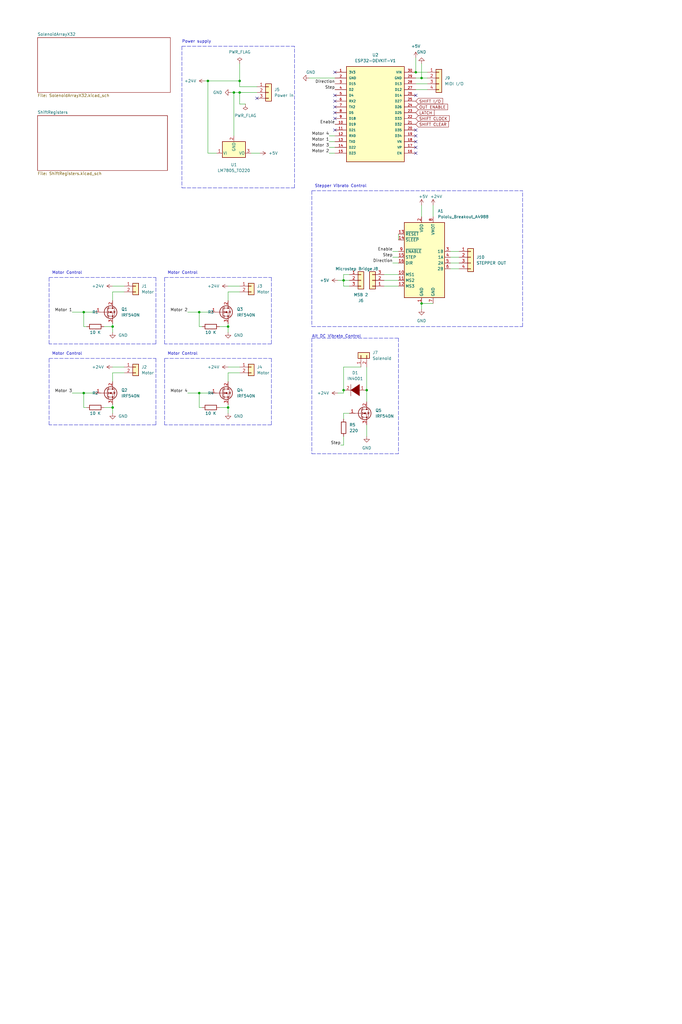
<source format=kicad_sch>
(kicad_sch (version 20211123) (generator eeschema)
  (paper "User" 299.999 450.012)
  (title_block (title "Violina MIDI and movement controller"))
  (lib_symbols
    (symbol "Connector_Generic:Conn_01x02" (pin_names (offset 1.016) hide)
      (property "Reference" "J" (at 0 2.54 0))
      (property "Value" "Conn_01x02" (at 0 -5.08 0))
      (symbol "Conn_01x02_1_1"
        (rectangle (start -1.27 -2.413) (end 0 -2.667) (stroke (width 0.1524)))
        (rectangle (start -1.27 0.127) (end 0 -0.127) (stroke (width 0.1524)))
        (rectangle (start -1.27 1.27) (end 1.27 -3.81) (stroke (width 0.254)) (fill (type background)))
        (pin passive line (at -5.08 0 0) (length 3.81) (name "Pin_1") (number "1"))
        (pin passive line (at -5.08 -2.54 0) (length 3.81) (name "Pin_2") (number "2"))
      )
    )
    (symbol "Connector_Generic:Conn_01x03" (pin_names (offset 1.016) hide)
      (property "Reference" "J" (at 0 5.08 0))
      (property "Value" "Conn_01x03" (at 0 -5.08 0))
      (symbol "Conn_01x03_1_1"
        (rectangle (start -1.27 -2.413) (end 0 -2.667) (stroke (width 0.1524)))
        (rectangle (start -1.27 0.127) (end 0 -0.127) (stroke (width 0.1524)))
        (rectangle (start -1.27 2.667) (end 0 2.413) (stroke (width 0.1524)))
        (rectangle (start -1.27 3.81) (end 1.27 -3.81) (stroke (width 0.254)) (fill (type background)))
        (pin passive line (at -5.08 2.54 0) (length 3.81) (name "Pin_1") (number "1"))
        (pin passive line (at -5.08 0 0) (length 3.81) (name "Pin_2") (number "2"))
        (pin passive line (at -5.08 -2.54 0) (length 3.81) (name "Pin_3") (number "3"))
      )
    )
    (symbol "Connector_Generic:Conn_01x04" (pin_names (offset 1.016) hide)
      (property "Reference" "J" (at 0 5.08 0))
      (property "Value" "Conn_01x04" (at 0 -7.62 0))
      (symbol "Conn_01x04_1_1"
        (rectangle (start -1.27 -4.953) (end 0 -5.207) (stroke (width 0.1524)))
        (rectangle (start -1.27 -2.413) (end 0 -2.667) (stroke (width 0.1524)))
        (rectangle (start -1.27 0.127) (end 0 -0.127) (stroke (width 0.1524)))
        (rectangle (start -1.27 2.667) (end 0 2.413) (stroke (width 0.1524)))
        (rectangle (start -1.27 3.81) (end 1.27 -6.35) (stroke (width 0.254)) (fill (type background)))
        (pin passive line (at -5.08 2.54 0) (length 3.81) (name "Pin_1") (number "1"))
        (pin passive line (at -5.08 0 0) (length 3.81) (name "Pin_2") (number "2"))
        (pin passive line (at -5.08 -2.54 0) (length 3.81) (name "Pin_3") (number "3"))
        (pin passive line (at -5.08 -5.08 0) (length 3.81) (name "Pin_4") (number "4"))
      )
    )
    (symbol "Device:R" (pin_numbers hide) (pin_names (offset 0))
      (property "Reference" "R" (at 2.032 0 90))
      (property "Value" "R" (at 0 0 90))
      (symbol "R_0_1"
        (rectangle (start -1.016 -2.54) (end 1.016 2.54) (stroke (width 0.254)))
      )
      (symbol "R_1_1"
        (pin passive line (at 0 3.81 270) (length 1.27) (name "~") (number "1"))
        (pin passive line (at 0 -3.81 90) (length 1.27) (name "~") (number "2"))
      )
    )
    (symbol "Driver_Motor:Pololu_Breakout_A4988"
      (property "Reference" "A" (at -2.54 19.05 0))
      (property "Value" "Pololu_Breakout_A4988" (at -2.54 16.51 0))
      (symbol "Pololu_Breakout_A4988_0_1"
        (rectangle (start 10.16 -17.78) (end -7.62 15.24) (stroke (width 0.254)) (fill (type background)))
      )
      (symbol "Pololu_Breakout_A4988_1_1"
        (pin power_in line (at 0 -20.32 90) (length 2.54) (name "GND") (number "1"))
        (pin input line (at -10.16 -7.62 0) (length 2.54) (name "MS1") (number "10"))
        (pin input line (at -10.16 -10.16 0) (length 2.54) (name "MS2") (number "11"))
        (pin input line (at -10.16 -12.7 0) (length 2.54) (name "MS3") (number "12"))
        (pin input line (at -10.16 10.16 0) (length 2.54) (name "~{RESET}") (number "13"))
        (pin input line (at -10.16 7.62 0) (length 2.54) (name "~{SLEEP}") (number "14"))
        (pin input line (at -10.16 0 0) (length 2.54) (name "STEP") (number "15"))
        (pin input line (at -10.16 -2.54 0) (length 2.54) (name "DIR") (number "16"))
        (pin power_in line (at 0 17.78 270) (length 2.54) (name "VDD") (number "2"))
        (pin output line (at 12.7 2.54 180) (length 2.54) (name "1B") (number "3"))
        (pin output line (at 12.7 0 180) (length 2.54) (name "1A") (number "4"))
        (pin output line (at 12.7 -2.54 180) (length 2.54) (name "2A") (number "5"))
        (pin output line (at 12.7 -5.08 180) (length 2.54) (name "2B") (number "6"))
        (pin power_in line (at 5.08 -20.32 90) (length 2.54) (name "GND") (number "7"))
        (pin power_in line (at 5.08 17.78 270) (length 2.54) (name "VMOT") (number "8"))
        (pin input line (at -10.16 2.54 0) (length 2.54) (name "~{ENABLE}") (number "9"))
      )
    )
    (symbol "ESP32 SnapEDA:ESP32-DEVKIT-V1" (pin_names (offset 1.016))
      (property "Reference" "U" (at -12.7 22.86 0))
      (property "Value" "ESP32-DEVKIT-V1" (at -8.89 -24.13 0))
      (symbol "ESP32-DEVKIT-V1_0_0"
        (rectangle (start -12.7 20.32) (end 12.7 -21.59) (stroke (width 0.254)) (fill (type background)))
        (pin output line (at -17.78 17.78 0) (length 5.08) (name "3V3") (number "1"))
        (pin bidirectional line (at -17.78 -5.08 0) (length 5.08) (name "D19") (number "10"))
        (pin bidirectional line (at -17.78 -7.62 0) (length 5.08) (name "D21") (number "11"))
        (pin input line (at -17.78 -10.16 0) (length 5.08) (name "RX0") (number "12"))
        (pin output line (at -17.78 -12.7 0) (length 5.08) (name "TX0") (number "13"))
        (pin bidirectional line (at -17.78 -15.24 0) (length 5.08) (name "D22") (number "14"))
        (pin bidirectional line (at -17.78 -17.78 0) (length 5.08) (name "D23") (number "15"))
        (pin input line (at 17.78 -17.78 180) (length 5.08) (name "EN") (number "16"))
        (pin bidirectional line (at 17.78 -15.24 180) (length 5.08) (name "VP") (number "17"))
        (pin bidirectional line (at 17.78 -12.7 180) (length 5.08) (name "VN") (number "18"))
        (pin bidirectional line (at 17.78 -10.16 180) (length 5.08) (name "D34") (number "19"))
        (pin power_in line (at -17.78 15.24 0) (length 5.08) (name "GND") (number "2"))
        (pin bidirectional line (at 17.78 -7.62 180) (length 5.08) (name "D35") (number "20"))
        (pin bidirectional line (at 17.78 -5.08 180) (length 5.08) (name "D32") (number "21"))
        (pin bidirectional line (at 17.78 -2.54 180) (length 5.08) (name "D33") (number "22"))
        (pin bidirectional line (at 17.78 0 180) (length 5.08) (name "D25") (number "23"))
        (pin bidirectional line (at 17.78 2.54 180) (length 5.08) (name "D26") (number "24"))
        (pin bidirectional line (at 17.78 5.08 180) (length 5.08) (name "D27") (number "25"))
        (pin bidirectional line (at 17.78 7.62 180) (length 5.08) (name "D14") (number "26"))
        (pin bidirectional line (at 17.78 10.16 180) (length 5.08) (name "D12") (number "27"))
        (pin bidirectional line (at 17.78 12.7 180) (length 5.08) (name "D13") (number "28"))
        (pin power_in line (at 17.78 15.24 180) (length 5.08) (name "GND") (number "29"))
        (pin bidirectional line (at -17.78 12.7 0) (length 5.08) (name "D15") (number "3"))
        (pin input line (at 17.78 17.78 180) (length 5.08) (name "VIN") (number "30"))
        (pin bidirectional line (at -17.78 10.16 0) (length 5.08) (name "D2") (number "4"))
        (pin bidirectional line (at -17.78 7.62 0) (length 5.08) (name "D4") (number "5"))
        (pin input line (at -17.78 5.08 0) (length 5.08) (name "RX2") (number "6"))
        (pin output line (at -17.78 2.54 0) (length 5.08) (name "TX2") (number "7"))
        (pin bidirectional line (at -17.78 0 0) (length 5.08) (name "D5") (number "8"))
        (pin bidirectional line (at -17.78 -2.54 0) (length 5.08) (name "D18") (number "9"))
      )
    )
    (symbol "Regulator_Linear:LM7805_TO220" (pin_names (offset 0.254))
      (property "Reference" "U" (at -3.81 3.175 0))
      (property "Value" "LM7805_TO220" (at 0 3.175 0))
      (symbol "LM7805_TO220_0_1"
        (rectangle (start -5.08 1.905) (end 5.08 -5.08) (stroke (width 0.254)) (fill (type background)))
      )
      (symbol "LM7805_TO220_1_1"
        (pin power_in line (at -7.62 0 0) (length 2.54) (name "VI") (number "1"))
        (pin power_in line (at 0 -7.62 90) (length 2.54) (name "GND") (number "2"))
        (pin power_out line (at 7.62 0 180) (length 2.54) (name "VO") (number "3"))
      )
    )
    (symbol "Transistor_FET:IRF540N" (pin_names hide)
      (property "Reference" "Q" (at 6.35 1.905 0))
      (property "Value" "IRF540N" (at 6.35 0 0))
      (symbol "IRF540N_0_1"
        (polyline (pts (xy 0.254 0) (xy -2.54 0)))
        (polyline (pts (xy 0.254 1.905) (xy 0.254 -1.905)) (stroke (width 0.254)))
        (polyline (pts (xy 0.762 -1.27) (xy 0.762 -2.286)) (stroke (width 0.254)))
        (polyline (pts (xy 0.762 0.508) (xy 0.762 -0.508)) (stroke (width 0.254)))
        (polyline (pts (xy 0.762 2.286) (xy 0.762 1.27)) (stroke (width 0.254)))
        (polyline (pts (xy 2.54 2.54) (xy 2.54 1.778)))
        (polyline (pts (xy 2.54 -2.54) (xy 2.54 0) (xy 0.762 0)))
        (polyline (pts (xy 0.762 -1.778) (xy 3.302 -1.778) (xy 3.302 1.778) (xy 0.762 1.778)))
        (polyline (pts (xy 1.016 0) (xy 2.032 0.381) (xy 2.032 -0.381) (xy 1.016 0)) (fill (type outline)))
        (polyline (pts (xy 2.794 0.508) (xy 2.921 0.381) (xy 3.683 0.381) (xy 3.81 0.254)))
        (polyline (pts (xy 3.302 0.381) (xy 2.921 -0.254) (xy 3.683 -0.254) (xy 3.302 0.381)))
        (circle (center 1.651 0) (radius 2.794) (stroke (width 0.254)))
        (circle (center 2.54 -1.778) (radius 0.254) (fill (type outline)))
        (circle (center 2.54 1.778) (radius 0.254) (fill (type outline)))
      )
      (symbol "IRF540N_1_1"
        (pin input line (at -5.08 0 0) (length 2.54) (name "G") (number "1"))
        (pin passive line (at 2.54 5.08 270) (length 2.54) (name "D") (number "2"))
        (pin passive line (at 2.54 -5.08 90) (length 2.54) (name "S") (number "3"))
      )
    )
    (symbol "power:+24V" (power) (pin_names (offset 0))
      (property "Value" "+24V" (at 0 3.556 0))
      (symbol "+24V_0_1"
        (polyline (pts (xy -0.762 1.27) (xy 0 2.54)))
        (polyline (pts (xy 0 0) (xy 0 2.54)))
        (polyline (pts (xy 0 2.54) (xy 0.762 1.27)))
      )
      (symbol "+24V_1_1"
        (pin power_in line (at 0 0 90) (length 0) hide (name "+24V") (number "1"))
      )
    )
    (symbol "power:+5V" (power) (pin_names (offset 0))
      (property "Value" "+5V" (at 0 3.556 0))
      (symbol "+5V_0_1"
        (polyline (pts (xy -0.762 1.27) (xy 0 2.54)))
        (polyline (pts (xy 0 0) (xy 0 2.54)))
        (polyline (pts (xy 0 2.54) (xy 0.762 1.27)))
      )
      (symbol "+5V_1_1"
        (pin power_in line (at 0 0 90) (length 0) hide (name "+5V") (number "1"))
      )
    )
    (symbol "power:GND" (power) (pin_names (offset 0))
      (property "Value" "GND" (at 0 -3.81 0))
      (symbol "GND_0_1"
        (polyline (pts (xy 0 0) (xy 0 -1.27) (xy 1.27 -1.27) (xy 0 -2.54) (xy -1.27 -1.27) (xy 0 -1.27)))
      )
      (symbol "GND_1_1"
        (pin power_in line (at 0 0 270) (length 0) hide (name "GND") (number "1"))
      )
    )
    (symbol "power:PWR_FLAG" (power) (pin_numbers hide) (pin_names (offset 0) hide)
      (property "Value" "PWR_FLAG" (at 0 3.81 0))
      (symbol "PWR_FLAG_0_0"
        (pin power_out line (at 0 0 90) (length 0) (name "pwr") (number "1"))
      )
      (symbol "PWR_FLAG_0_1"
        (polyline (pts (xy 0 0) (xy 0 1.27) (xy -1.016 1.905) (xy 0 2.54) (xy 1.016 1.905) (xy 0 1.27)))
      )
    )
    (symbol "pspice:DIODE" (pin_names (offset 1.016) hide)
      (property "Reference" "D" (at 0 3.81 0))
      (property "Value" "DIODE" (at 0 -4.445 0))
      (symbol "DIODE_0_1"
        (polyline (pts (xy 1.905 2.54) (xy 1.905 -2.54)))
        (polyline (pts (xy -1.905 2.54) (xy -1.905 -2.54) (xy 1.905 0)) (fill (type outline)))
      )
      (symbol "DIODE_1_1"
        (pin input line (at -5.08 0 0) (length 3.81) (name "K") (number "1"))
        (pin input line (at 5.08 0 180) (length 3.81) (name "A") (number "2"))
      )
    )
  )
  (junction (at 91.44 35.56))
  (junction (at 151.13 123.19))
  (junction (at 185.42 133.35))
  (junction (at 105.41 40.64))
  (junction (at 105.41 35.56))
  (junction (at 49.53 179.07))
  (junction (at 161.29 171.45))
  (junction (at 102.87 40.64))
  (junction (at 151.13 171.45))
  (junction (at 49.53 143.51))
  (junction (at 87.63 172.72))
  (junction (at 182.88 31.75))
  (junction (at 100.33 179.07))
  (junction (at 36.83 137.16))
  (junction (at 100.33 143.51))
  (junction (at 185.42 34.29))
  (junction (at 87.63 137.16))
  (junction (at 36.83 172.72))
  (no_connect (at 182.88 59.69))
  (no_connect (at 147.32 49.53))
  (no_connect (at 147.32 52.07))
  (no_connect (at 147.32 41.91))
  (no_connect (at 147.32 57.15))
  (no_connect (at 182.88 62.23))
  (no_connect (at 182.88 64.77))
  (no_connect (at 113.03 43.18))
  (no_connect (at 182.88 57.15))
  (no_connect (at 147.32 31.75))
  (no_connect (at 147.32 44.45))
  (no_connect (at 147.32 46.99))
  (no_connect (at 182.88 67.31))
  (no_connect (at 182.88 41.91))
  (wire (pts (xy 151.13 171.45) (xy 151.13 172.72)))
  (wire (pts (xy 90.17 35.56) (xy 91.44 35.56)))
  (wire (pts (xy 172.72 110.49) (xy 175.26 110.49)))
  (polyline (pts (xy 137.16 143.51) (xy 229.87 143.51)))
  (wire (pts (xy 100.33 132.08) (xy 100.33 128.27)))
  (wire (pts (xy 151.13 120.65) (xy 153.67 120.65)))
  (polyline (pts (xy 21.59 186.69) (xy 21.59 157.48)))
  (polyline (pts (xy 175.26 148.59) (xy 175.26 199.39)))
  (polyline (pts (xy 72.39 121.92) (xy 119.38 121.92)))
  (wire (pts (xy 151.13 123.19) (xy 151.13 125.73)))
  (wire (pts (xy 87.63 172.72) (xy 92.71 172.72)))
  (wire (pts (xy 201.93 113.03) (xy 198.12 113.03)))
  (wire (pts (xy 49.53 179.07) (xy 49.53 181.61)))
  (wire (pts (xy 175.26 102.87) (xy 175.26 105.41)))
  (polyline (pts (xy 72.39 186.69) (xy 72.39 157.48)))
  (polyline (pts (xy 119.38 157.48) (xy 119.38 186.69)))
  (wire (pts (xy 36.83 143.51) (xy 36.83 137.16)))
  (polyline (pts (xy 80.01 82.55) (xy 129.54 82.55)))
  (wire (pts (xy 82.55 172.72) (xy 87.63 172.72)))
  (wire (pts (xy 185.42 133.35) (xy 190.5 133.35)))
  (wire (pts (xy 185.42 135.89) (xy 185.42 133.35)))
  (wire (pts (xy 168.91 125.73) (xy 175.26 125.73)))
  (wire (pts (xy 96.52 179.07) (xy 100.33 179.07)))
  (wire (pts (xy 36.83 137.16) (xy 41.91 137.16)))
  (polyline (pts (xy 72.39 151.13) (xy 72.39 121.92)))
  (polyline (pts (xy 229.87 143.51) (xy 229.87 83.82)))
  (polyline (pts (xy 21.59 151.13) (xy 21.59 121.92)))
  (wire (pts (xy 110.49 67.31) (xy 114.3 67.31)))
  (polyline (pts (xy 21.59 157.48) (xy 68.58 157.48)))
  (wire (pts (xy 144.78 64.77) (xy 147.32 64.77)))
  (wire (pts (xy 88.9 143.51) (xy 87.63 143.51)))
  (polyline (pts (xy 119.38 151.13) (xy 72.39 151.13)))
  (wire (pts (xy 161.29 186.69) (xy 161.29 191.77)))
  (wire (pts (xy 100.33 128.27) (xy 105.41 128.27)))
  (wire (pts (xy 36.83 172.72) (xy 41.91 172.72)))
  (polyline (pts (xy 129.54 82.55) (xy 129.54 20.32)))
  (wire (pts (xy 182.88 25.4) (xy 182.88 31.75)))
  (wire (pts (xy 82.55 137.16) (xy 87.63 137.16)))
  (wire (pts (xy 161.29 161.29) (xy 161.29 171.45)))
  (wire (pts (xy 31.75 172.72) (xy 36.83 172.72)))
  (wire (pts (xy 100.33 177.8) (xy 100.33 179.07)))
  (wire (pts (xy 91.44 35.56) (xy 105.41 35.56)))
  (wire (pts (xy 168.91 123.19) (xy 175.26 123.19)))
  (wire (pts (xy 201.93 118.11) (xy 198.12 118.11)))
  (wire (pts (xy 144.78 67.31) (xy 147.32 67.31)))
  (wire (pts (xy 102.87 40.64) (xy 102.87 59.69)))
  (wire (pts (xy 105.41 38.1) (xy 113.03 38.1)))
  (wire (pts (xy 151.13 125.73) (xy 153.67 125.73)))
  (wire (pts (xy 101.6 40.64) (xy 102.87 40.64)))
  (wire (pts (xy 100.33 179.07) (xy 100.33 181.61)))
  (wire (pts (xy 144.78 59.69) (xy 147.32 59.69)))
  (polyline (pts (xy 137.16 83.82) (xy 137.16 143.51)))
  (wire (pts (xy 91.44 35.56) (xy 91.44 67.31)))
  (wire (pts (xy 87.63 137.16) (xy 92.71 137.16)))
  (wire (pts (xy 148.59 172.72) (xy 151.13 172.72)))
  (wire (pts (xy 182.88 31.75) (xy 187.96 31.75)))
  (wire (pts (xy 49.53 167.64) (xy 49.53 163.83)))
  (wire (pts (xy 49.53 125.73) (xy 54.61 125.73)))
  (wire (pts (xy 151.13 123.19) (xy 151.13 120.65)))
  (wire (pts (xy 151.13 181.61) (xy 151.13 184.15)))
  (polyline (pts (xy 72.39 157.48) (xy 119.38 157.48)))
  (wire (pts (xy 151.13 123.19) (xy 153.67 123.19)))
  (wire (pts (xy 45.72 143.51) (xy 49.53 143.51)))
  (wire (pts (xy 100.33 125.73) (xy 105.41 125.73)))
  (wire (pts (xy 31.75 137.16) (xy 36.83 137.16)))
  (polyline (pts (xy 68.58 151.13) (xy 21.59 151.13)))
  (wire (pts (xy 36.83 179.07) (xy 36.83 172.72)))
  (wire (pts (xy 87.63 179.07) (xy 87.63 172.72)))
  (wire (pts (xy 153.67 181.61) (xy 151.13 181.61)))
  (wire (pts (xy 105.41 35.56) (xy 105.41 38.1)))
  (wire (pts (xy 45.72 179.07) (xy 49.53 179.07)))
  (wire (pts (xy 151.13 191.77) (xy 151.13 195.58)))
  (polyline (pts (xy 68.58 121.92) (xy 68.58 151.13)))
  (wire (pts (xy 49.53 132.08) (xy 49.53 128.27)))
  (wire (pts (xy 96.52 143.51) (xy 100.33 143.51)))
  (polyline (pts (xy 137.16 199.39) (xy 175.26 199.39)))
  (wire (pts (xy 185.42 34.29) (xy 182.88 34.29)))
  (wire (pts (xy 182.88 36.83) (xy 187.96 36.83)))
  (polyline (pts (xy 68.58 157.48) (xy 68.58 186.69)))
  (wire (pts (xy 100.33 142.24) (xy 100.33 143.51)))
  (wire (pts (xy 107.95 45.72) (xy 105.41 45.72)))
  (wire (pts (xy 49.53 128.27) (xy 54.61 128.27)))
  (wire (pts (xy 87.63 143.51) (xy 87.63 137.16)))
  (wire (pts (xy 172.72 115.57) (xy 175.26 115.57)))
  (wire (pts (xy 38.1 143.51) (xy 36.83 143.51)))
  (polyline (pts (xy 175.26 148.59) (xy 137.16 148.59)))
  (wire (pts (xy 100.33 161.29) (xy 105.41 161.29)))
  (wire (pts (xy 102.87 40.64) (xy 105.41 40.64)))
  (polyline (pts (xy 80.01 20.32) (xy 80.01 82.55)))
  (wire (pts (xy 144.78 62.23) (xy 147.32 62.23)))
  (wire (pts (xy 49.53 161.29) (xy 54.61 161.29)))
  (wire (pts (xy 38.1 179.07) (xy 36.83 179.07)))
  (wire (pts (xy 100.33 143.51) (xy 100.33 146.05)))
  (wire (pts (xy 168.91 120.65) (xy 175.26 120.65)))
  (wire (pts (xy 185.42 27.94) (xy 185.42 34.29)))
  (wire (pts (xy 49.53 143.51) (xy 49.53 146.05)))
  (wire (pts (xy 190.5 90.17) (xy 190.5 95.25)))
  (wire (pts (xy 182.88 39.37) (xy 187.96 39.37)))
  (wire (pts (xy 91.44 67.31) (xy 95.25 67.31)))
  (wire (pts (xy 201.93 110.49) (xy 198.12 110.49)))
  (polyline (pts (xy 119.38 186.69) (xy 72.39 186.69)))
  (polyline (pts (xy 80.01 20.32) (xy 129.54 20.32)))
  (polyline (pts (xy 21.59 121.92) (xy 68.58 121.92)))
  (wire (pts (xy 100.33 167.64) (xy 100.33 163.83)))
  (wire (pts (xy 49.53 163.83) (xy 54.61 163.83)))
  (wire (pts (xy 105.41 27.94) (xy 105.41 35.56)))
  (wire (pts (xy 135.89 34.29) (xy 147.32 34.29)))
  (wire (pts (xy 105.41 40.64) (xy 105.41 45.72)))
  (wire (pts (xy 172.72 113.03) (xy 175.26 113.03)))
  (wire (pts (xy 105.41 40.64) (xy 113.03 40.64)))
  (wire (pts (xy 49.53 177.8) (xy 49.53 179.07)))
  (wire (pts (xy 88.9 179.07) (xy 87.63 179.07)))
  (wire (pts (xy 161.29 171.45) (xy 161.29 176.53)))
  (wire (pts (xy 201.93 115.57) (xy 198.12 115.57)))
  (wire (pts (xy 100.33 163.83) (xy 105.41 163.83)))
  (wire (pts (xy 185.42 90.17) (xy 185.42 95.25)))
  (wire (pts (xy 185.42 34.29) (xy 187.96 34.29)))
  (polyline (pts (xy 137.16 148.59) (xy 137.16 199.39)))
  (wire (pts (xy 151.13 161.29) (xy 158.75 161.29)))
  (polyline (pts (xy 68.58 186.69) (xy 21.59 186.69)))
  (wire (pts (xy 151.13 195.58) (xy 149.86 195.58)))
  (wire (pts (xy 49.53 142.24) (xy 49.53 143.51)))
  (wire (pts (xy 151.13 161.29) (xy 151.13 171.45)))
  (wire (pts (xy 148.59 123.19) (xy 151.13 123.19)))
  (polyline (pts (xy 119.38 121.92) (xy 119.38 151.13)))
  (polyline (pts (xy 137.16 83.82) (xy 229.87 83.82)))
  (text "Motor Control" (at 73.66 156.21 0) (effects (font (size 1.27 1.27)) (justify left bottom)))
  (text "Alt DC Vibrato Control" (at 137.16 148.59 0) (effects (font (size 1.27 1.27)) (justify left bottom)))
  (text "Motor Control" (at 22.86 156.21 0) (effects (font (size 1.27 1.27)) (justify left bottom)))
  (text "Stepper Vibrato Control" (at 138.43 82.55 0) (effects (font (size 1.27 1.27)) (justify left bottom)))
  (text "Motor Control" (at 22.86 120.65 0) (effects (font (size 1.27 1.27)) (justify left bottom)))
  (text "Motor Control" (at 73.66 120.65 0) (effects (font (size 1.27 1.27)) (justify left bottom)))
  (text "Power supply" (at 80.01 19.05 0) (effects (font (size 1.27 1.27)) (justify left bottom)))
  (label "Enable" (at 147.32 54.61 180))
  (label "Motor 2" (at 82.55 137.16 180))
  (label "Step" (at 147.32 39.37 180))
  (label "Motor 1" (at 144.78 62.23 180))
  (label "Direction" (at 147.32 36.83 180))
  (label "Enable" (at 172.72 110.49 180))
  (label "Motor 2" (at 144.78 67.31 180))
  (label "Step" (at 149.86 195.58 180))
  (label "Motor 4" (at 144.78 59.69 180))
  (label "Motor 1" (at 31.75 137.16 180))
  (label "Motor 3" (at 144.78 64.77 180))
  (label "Motor 4" (at 82.55 172.72 180))
  (label "Step" (at 172.72 113.03 180))
  (label "Direction" (at 172.72 115.57 180))
  (label "Motor 3" (at 31.75 172.72 180))
  (global_label "OUT ENABLE" (shape input) (at 182.88 46.99 0) (property "Intersheet References" "${INTERSHEET_REFS}" (effects hide)))
  (global_label "SHIFT CLEAR" (shape input) (at 182.88 54.61 0) (property "Intersheet References" "${INTERSHEET_REFS}" (effects hide)))
  (global_label "SHIFT I{slash}O" (shape input) (at 182.88 44.45 0) (property "Intersheet References" "${INTERSHEET_REFS}" (effects hide)))
  (global_label "SHIFT CLOCK" (shape input) (at 182.88 52.07 0) (property "Intersheet References" "${INTERSHEET_REFS}" (effects hide)))
  (global_label "LATCH" (shape input) (at 182.88 49.53 0) (property "Intersheet References" "${INTERSHEET_REFS}" (effects hide)))
  (symbol (lib_id "power:GND") (at 100.33 181.61 0) (unit 1)
    (property "Reference" "#PWR09" (effects hide))
    (property "Value" "GND" (at 102.87 182.8799 0) (effects (justify left)))
  )
  (symbol (lib_id "Device:R") (at 41.91 179.07 270) (unit 1)
    (property "Reference" "R2" (at 41.91 172.72 90))
    (property "Value" "10 K" (at 41.91 181.61 90))
    (property "Footprint" "Resistor_THT:R_Axial_DIN0207_L6.3mm_D2.5mm_P7.62mm_Horizontal" (effects hide))
  )
  (symbol (lib_id "Driver_Motor:Pololu_Breakout_A4988") (at 185.42 113.03 0) (unit 1)
    (property "Reference" "A1" (at 192.5194 92.71 0) (effects (justify left)))
    (property "Value" "Pololu_Breakout_A4988" (at 192.5194 95.25 0) (effects (justify left)))
    (property "Footprint" "Module:Pololu_Breakout-16_15.2x20.3mm" (effects hide))
    (property "Datasheet" "https://www.pololu.com/product/2980/pictures" (effects hide))
  )
  (symbol (lib_id "power:GND") (at 49.53 181.61 0) (unit 1)
    (property "Reference" "#PWR04" (effects hide))
    (property "Value" "GND" (at 52.07 182.8799 0) (effects (justify left)))
  )
  (symbol (lib_id "Device:R") (at 41.91 143.51 270) (unit 1)
    (property "Reference" "R1" (at 41.91 137.16 90))
    (property "Value" "10 K" (at 41.91 146.05 90))
    (property "Footprint" "Resistor_THT:R_Axial_DIN0207_L6.3mm_D2.5mm_P7.62mm_Horizontal" (effects hide))
  )
  (symbol (lib_id "power:+24V") (at 90.17 35.56 90) (unit 1)
    (property "Reference" "#PWR05" (effects hide))
    (property "Value" "+24V" (at 86.36 35.5599 90) (effects (justify left)))
  )
  (symbol (lib_id "power:+24V") (at 49.53 125.73 90) (unit 1)
    (property "Reference" "#PWR01" (effects hide))
    (property "Value" "+24V" (at 45.72 125.7299 90) (effects (justify left)))
  )
  (symbol (lib_id "power:GND") (at 100.33 146.05 0) (unit 1)
    (property "Reference" "#PWR07" (effects hide))
    (property "Value" "GND" (at 102.87 147.3199 0) (effects (justify left)))
  )
  (symbol (lib_id "power:+24V") (at 190.5 90.17 0) (unit 1)
    (property "Reference" "#PWR020" (effects hide))
    (property "Value" "+24V" (at 189.23 86.36 0) (effects (justify left)))
  )
  (symbol (lib_id "Connector_Generic:Conn_01x03") (at 118.11 40.64 0) (unit 1)
    (property "Reference" "J5" (at 120.65 39.3699 0) (effects (justify left)))
    (property "Value" "Power in" (at 120.65 41.9099 0) (effects (justify left)))
    (property "Footprint" "Connector_PinHeader_2.54mm:PinHeader_1x03_P2.54mm_Vertical" (effects hide))
  )
  (symbol (lib_id "Device:R") (at 92.71 179.07 270) (unit 1)
    (property "Reference" "R4" (at 92.71 172.72 90))
    (property "Value" "10 K" (at 92.71 181.61 90))
    (property "Footprint" "Resistor_THT:R_Axial_DIN0207_L6.3mm_D2.5mm_P7.62mm_Horizontal" (effects hide))
  )
  (symbol (lib_id "power:+5V") (at 182.88 25.4 0) (unit 1)
    (property "Reference" "#PWR016" (effects hide))
    (property "Value" "+5V" (at 182.88 20.32 0))
  )
  (symbol (lib_id "pspice:DIODE") (at 156.21 171.45 180) (unit 1)
    (property "Reference" "D1" (at 156.21 163.83 0))
    (property "Value" "IN4001" (at 156.21 166.37 0))
    (property "Footprint" "Diode_THT:D_DO-41_SOD81_P7.62mm_Horizontal" (effects hide))
  )
  (symbol (lib_id "Transistor_FET:IRF540N") (at 97.79 137.16 0) (unit 1)
    (property "Reference" "Q3" (at 104.14 135.8899 0) (effects (justify left)))
    (property "Value" "IRF540N" (at 104.14 138.4299 0) (effects (justify left)))
    (property "Footprint" "Package_TO_SOT_THT:TO-220-3_Vertical" (effects hide))
    (property "Datasheet" "http://www.irf.com/product-info/datasheets/data/irf540n.pdf" (effects hide))
  )
  (symbol (lib_id "Connector_Generic:Conn_01x04") (at 207.01 113.03 0) (unit 1)
    (property "Reference" "J10" (at 209.55 113.0299 0) (effects (justify left)))
    (property "Value" "STEPPER OUT" (at 209.55 115.5699 0) (effects (justify left)))
    (property "Footprint" "Connector_PinHeader_2.54mm:PinHeader_1x04_P2.54mm_Vertical" (effects hide))
  )
  (symbol (lib_id "power:GND") (at 101.6 40.64 270) (unit 1)
    (property "Reference" "#PWR010" (effects hide))
    (property "Value" "GND" (at 97.79 40.6399 90) (effects (justify right)))
    (property "power-flag" "TRUE" (effects hide))
  )
  (symbol (lib_id "Transistor_FET:IRF540N") (at 158.75 181.61 0) (unit 1)
    (property "Reference" "Q5" (at 165.1 180.3399 0) (effects (justify left)))
    (property "Value" "IRF540N" (at 165.1 182.8799 0) (effects (justify left)))
    (property "Footprint" "Package_TO_SOT_THT:TO-220-3_Vertical" (effects hide))
    (property "Datasheet" "http://www.irf.com/product-info/datasheets/data/irf540n.pdf" (effects hide))
  )
  (symbol (lib_id "Connector_Generic:Conn_01x02") (at 59.69 161.29 0) (unit 1)
    (property "Reference" "J2" (at 62.23 161.2899 0) (effects (justify left)))
    (property "Value" "Motor" (at 62.23 163.8299 0) (effects (justify left)))
    (property "Footprint" "Connector_PinHeader_2.54mm:PinHeader_1x02_P2.54mm_Vertical" (effects hide))
  )
  (symbol (lib_id "Connector_Generic:Conn_01x04") (at 193.04 34.29 0) (unit 1)
    (property "Reference" "J9" (at 195.58 34.2899 0) (effects (justify left)))
    (property "Value" "MIDI I/O" (at 195.58 36.8299 0) (effects (justify left)))
    (property "Footprint" "Connector_PinHeader_2.54mm:PinHeader_1x04_P2.54mm_Vertical" (effects hide))
  )
  (symbol (lib_id "Transistor_FET:IRF540N") (at 46.99 172.72 0) (unit 1)
    (property "Reference" "Q2" (at 53.34 171.4499 0) (effects (justify left)))
    (property "Value" "IRF540N" (at 53.34 173.9899 0) (effects (justify left)))
    (property "Footprint" "Package_TO_SOT_THT:TO-220-3_Vertical" (effects hide))
    (property "Datasheet" "http://www.irf.com/product-info/datasheets/data/irf540n.pdf" (effects hide))
  )
  (symbol (lib_id "power:+5V") (at 114.3 67.31 270) (unit 1)
    (property "Reference" "#PWR011" (effects hide))
    (property "Value" "+5V" (at 118.11 67.3099 90) (effects (justify left)))
  )
  (symbol (lib_id "power:+5V") (at 148.59 123.19 90) (unit 1)
    (property "Reference" "#PWR013" (effects hide))
    (property "Value" "+5V" (at 144.78 123.1899 90) (effects (justify left)))
  )
  (symbol (lib_id "power:+24V") (at 100.33 161.29 90) (unit 1)
    (property "Reference" "#PWR08" (effects hide))
    (property "Value" "+24V" (at 96.52 161.2899 90) (effects (justify left)))
  )
  (symbol (lib_id "Connector_Generic:Conn_01x02") (at 158.75 156.21 90) (unit 1)
    (property "Reference" "J7" (at 163.83 154.9399 90) (effects (justify right)))
    (property "Value" "Solenoid" (at 163.83 157.4799 90) (effects (justify right)))
    (property "Footprint" "Connector_PinHeader_2.54mm:PinHeader_1x02_P2.54mm_Vertical" (effects hide))
  )
  (symbol (lib_id "Transistor_FET:IRF540N") (at 46.99 137.16 0) (unit 1)
    (property "Reference" "Q1" (at 53.34 135.8899 0) (effects (justify left)))
    (property "Value" "IRF540N" (at 53.34 138.4299 0) (effects (justify left)))
    (property "Footprint" "Package_TO_SOT_THT:TO-220-3_Vertical" (effects hide))
    (property "Datasheet" "http://www.irf.com/product-info/datasheets/data/irf540n.pdf" (effects hide))
  )
  (symbol (lib_id "Connector_Generic:Conn_01x02") (at 110.49 125.73 0) (unit 1)
    (property "Reference" "J3" (at 113.03 125.7299 0) (effects (justify left)))
    (property "Value" "Motor" (at 113.03 128.2699 0) (effects (justify left)))
    (property "Footprint" "Connector_PinHeader_2.54mm:PinHeader_1x02_P2.54mm_Vertical" (effects hide))
  )
  (symbol (lib_id "power:PWR_FLAG") (at 107.95 45.72 180) (unit 1)
    (property "Reference" "#FLG02" (effects hide))
    (property "Value" "PWR_FLAG" (at 107.95 50.8 0))
  )
  (symbol (lib_id "Transistor_FET:IRF540N") (at 97.79 172.72 0) (unit 1)
    (property "Reference" "Q4" (at 104.14 171.4499 0) (effects (justify left)))
    (property "Value" "IRF540N" (at 104.14 173.9899 0) (effects (justify left)))
    (property "Footprint" "Package_TO_SOT_THT:TO-220-3_Vertical" (effects hide))
    (property "Datasheet" "http://www.irf.com/product-info/datasheets/data/irf540n.pdf" (effects hide))
  )
  (symbol (lib_id "Device:R") (at 151.13 187.96 180) (unit 1)
    (property "Reference" "R5" (at 153.67 186.6899 0) (effects (justify right)))
    (property "Value" "220" (at 153.67 189.2299 0) (effects (justify right)))
    (property "Footprint" "Resistor_THT:R_Axial_DIN0207_L6.3mm_D2.5mm_P7.62mm_Horizontal" (effects hide))
  )
  (symbol (lib_id "ESP32 SnapEDA:ESP32-DEVKIT-V1") (at 165.1 49.53 0) (unit 1)
    (property "Reference" "U2" (at 165.1 24.13 0))
    (property "Value" "ESP32-DEVKIT-V1" (at 165.1 26.67 0))
    (property "Footprint" "ESP32 SnapEDA:MODULE_ESP32_DEVKIT_V1" (effects hide))
    (property "STANDARD" "Manufacturer Recommendations" (effects hide))
    (property "MANUFACTURER" "DOIT" (effects hide))
    (property "MAXIMUM_PACKAGE_HEIGHT" "6.8 mm" (effects hide))
    (property "PARTREV" "N/A" (effects hide))
  )
  (symbol (lib_id "power:+24V") (at 100.33 125.73 90) (unit 1)
    (property "Reference" "#PWR06" (effects hide))
    (property "Value" "+24V" (at 96.52 125.7299 90) (effects (justify left)))
  )
  (symbol (lib_id "power:GND") (at 161.29 191.77 0) (unit 1)
    (property "Reference" "#PWR015" (effects hide))
    (property "Value" "GND" (at 161.29 196.85 0))
  )
  (symbol (lib_id "power:GND") (at 185.42 135.89 0) (unit 1)
    (property "Reference" "#PWR019" (effects hide))
    (property "Value" "GND" (at 185.42 140.97 0))
  )
  (symbol (lib_id "Connector_Generic:Conn_01x03") (at 163.83 123.19 180) (unit 1)
    (property "Reference" "J8" (at 166.37 118.11 0) (effects (justify left)))
    (property "Value" "Microstep Bridge" (at 163.83 118.11 0) (effects (justify left)))
    (property "Footprint" "Connector_PinHeader_2.54mm:PinHeader_1x03_P2.54mm_Vertical" (effects hide))
  )
  (symbol (lib_id "power:GND") (at 49.53 146.05 0) (unit 1)
    (property "Reference" "#PWR02" (effects hide))
    (property "Value" "GND" (at 52.07 147.3199 0) (effects (justify left)))
  )
  (symbol (lib_id "Connector_Generic:Conn_01x02") (at 59.69 125.73 0) (unit 1)
    (property "Reference" "J1" (at 62.23 125.7299 0) (effects (justify left)))
    (property "Value" "Motor" (at 62.23 128.2699 0) (effects (justify left)))
    (property "Footprint" "Connector_PinHeader_2.54mm:PinHeader_1x02_P2.54mm_Vertical" (effects hide))
  )
  (symbol (lib_id "power:GND") (at 135.89 34.29 270) (unit 1)
    (property "Reference" "#PWR012" (effects hide))
    (property "Value" "GND" (at 134.62 31.75 90) (effects (justify left)))
  )
  (symbol (lib_id "power:+24V") (at 148.59 172.72 90) (unit 1)
    (property "Reference" "#PWR014" (effects hide))
    (property "Value" "+24V" (at 144.78 172.7199 90) (effects (justify left)))
  )
  (symbol (lib_id "power:+24V") (at 49.53 161.29 90) (unit 1)
    (property "Reference" "#PWR03" (effects hide))
    (property "Value" "+24V" (at 45.72 161.2899 90) (effects (justify left)))
  )
  (symbol (lib_id "power:+5V") (at 185.42 90.17 0) (unit 1)
    (property "Reference" "#PWR018" (effects hide))
    (property "Value" "+5V" (at 184.15 86.36 0) (effects (justify left)))
  )
  (symbol (lib_id "Regulator_Linear:LM7805_TO220") (at 102.87 67.31 0) (mirror x) (unit 1)
    (property "Reference" "U1" (at 102.87 72.39 0))
    (property "Value" "LM7805_TO220" (at 102.87 74.93 0))
    (property "Footprint" "Package_TO_SOT_THT:TO-220-3_Vertical" (effects hide))
    (property "Datasheet" "https://www.onsemi.cn/PowerSolutions/document/MC7800-D.PDF" (effects hide))
  )
  (symbol (lib_id "power:PWR_FLAG") (at 105.41 27.94 0) (unit 1)
    (property "Reference" "#FLG01" (effects hide))
    (property "Value" "PWR_FLAG" (at 105.41 22.86 0))
  )
  (symbol (lib_id "Connector_Generic:Conn_01x02") (at 110.49 161.29 0) (unit 1)
    (property "Reference" "J4" (at 113.03 161.2899 0) (effects (justify left)))
    (property "Value" "Motor" (at 113.03 163.8299 0) (effects (justify left)))
    (property "Footprint" "Connector_PinHeader_2.54mm:PinHeader_1x02_P2.54mm_Vertical" (effects hide))
  )
  (symbol (lib_id "power:GND") (at 185.42 27.94 180) (unit 1)
    (property "Reference" "#PWR017" (effects hide))
    (property "Value" "GND" (at 185.42 22.86 0))
  )
  (symbol (lib_id "Connector_Generic:Conn_01x03") (at 158.75 123.19 0) (unit 1)
    (property "Reference" "J6" (at 158.75 132.08 0))
    (property "Value" "MSB 2" (at 158.75 129.54 0))
    (property "Footprint" "Connector_PinHeader_2.54mm:PinHeader_1x03_P2.54mm_Vertical" (effects hide))
  )
  (symbol (lib_id "Device:R") (at 92.71 143.51 270) (unit 1)
    (property "Reference" "R3" (at 92.71 137.16 90))
    (property "Value" "10 K" (at 92.71 146.05 90))
    (property "Footprint" "Resistor_THT:R_Axial_DIN0207_L6.3mm_D2.5mm_P7.62mm_Horizontal" (effects hide))
  )
  (sheet (at 16.51 50.8) (size 57.15 24.13) (stroke (width 0.1524))
    (property "Sheet name" "ShiftRegisters" (at 16.51 50.0884 0) (effects (justify left bottom)))
    (property "Sheet file" "ShiftRegisters.kicad_sch" (at 16.51 75.5146 0) (effects (justify left top)))
  )
  (sheet (at 16.51 16.51) (size 58.42 24.13) (stroke (width 0.1524))
    (property "Sheet name" "SolenoidArrayX32" (at 16.51 15.7984 0) (effects (justify left bottom)))
    (property "Sheet file" "SolenoidArrayX32.kicad_sch" (at 16.51 41.2246 0) (effects (justify left top)))
  )
)
</source>
